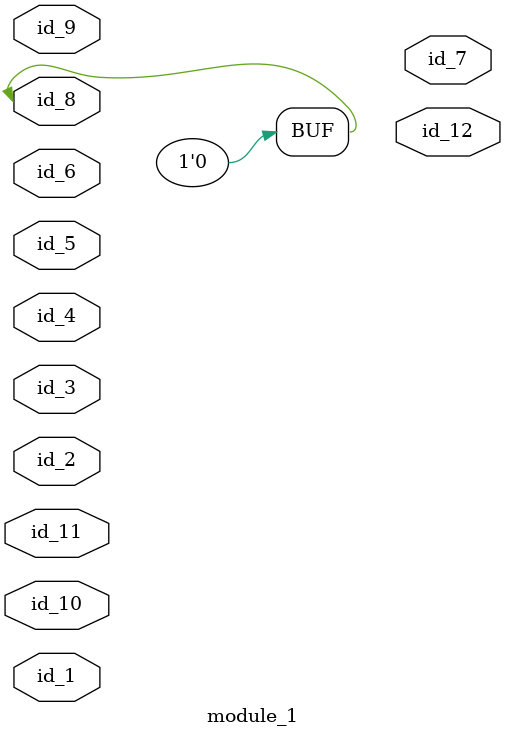
<source format=v>
module module_0;
  wire id_2;
endmodule
module module_1 (
    id_1,
    id_2,
    id_3,
    id_4,
    id_5,
    id_6,
    id_7,
    id_8,
    id_9,
    id_10,
    id_11,
    id_12
);
  output wire id_12;
  input wire id_11;
  input wire id_10;
  inout wire id_9;
  inout wire id_8;
  output wire id_7;
  inout wire id_6;
  input wire id_5;
  inout wire id_4;
  input wire id_3;
  inout wire id_2;
  input wire id_1;
  assign id_8 = 1'b0;
  module_0 modCall_1 ();
endmodule

</source>
